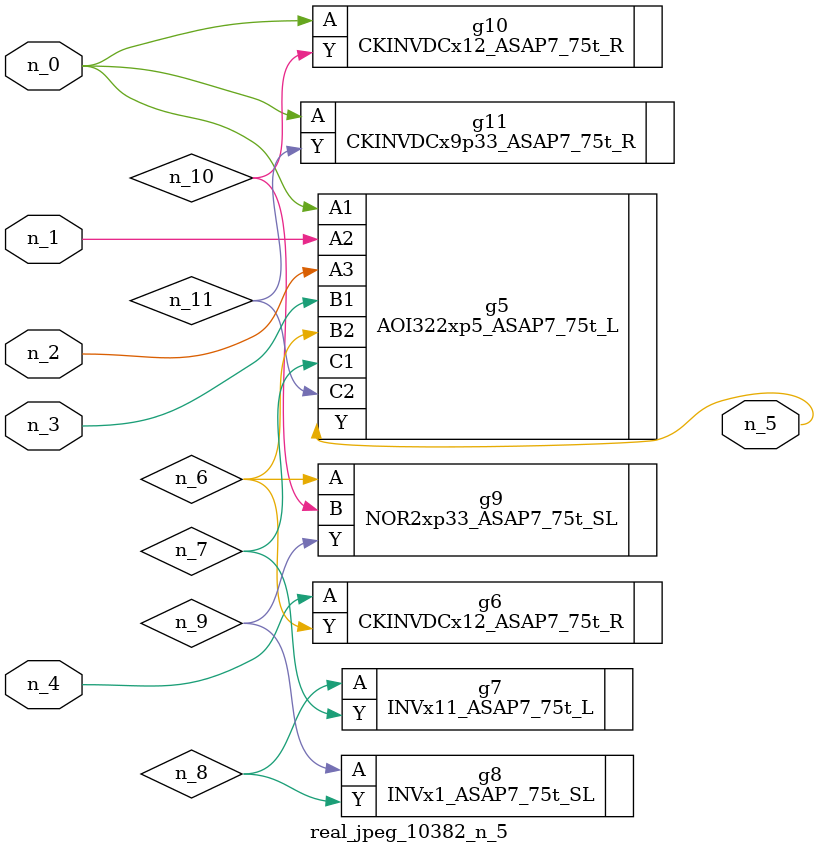
<source format=v>
module real_jpeg_10382_n_5 (n_4, n_0, n_1, n_2, n_3, n_5);

input n_4;
input n_0;
input n_1;
input n_2;
input n_3;

output n_5;

wire n_8;
wire n_11;
wire n_6;
wire n_7;
wire n_10;
wire n_9;

AOI322xp5_ASAP7_75t_L g5 ( 
.A1(n_0),
.A2(n_1),
.A3(n_2),
.B1(n_3),
.B2(n_6),
.C1(n_7),
.C2(n_11),
.Y(n_5)
);

CKINVDCx12_ASAP7_75t_R g10 ( 
.A(n_0),
.Y(n_10)
);

CKINVDCx9p33_ASAP7_75t_R g11 ( 
.A(n_0),
.Y(n_11)
);

CKINVDCx12_ASAP7_75t_R g6 ( 
.A(n_4),
.Y(n_6)
);

NOR2xp33_ASAP7_75t_SL g9 ( 
.A(n_6),
.B(n_10),
.Y(n_9)
);

INVx11_ASAP7_75t_L g7 ( 
.A(n_8),
.Y(n_7)
);

INVx1_ASAP7_75t_SL g8 ( 
.A(n_9),
.Y(n_8)
);


endmodule
</source>
